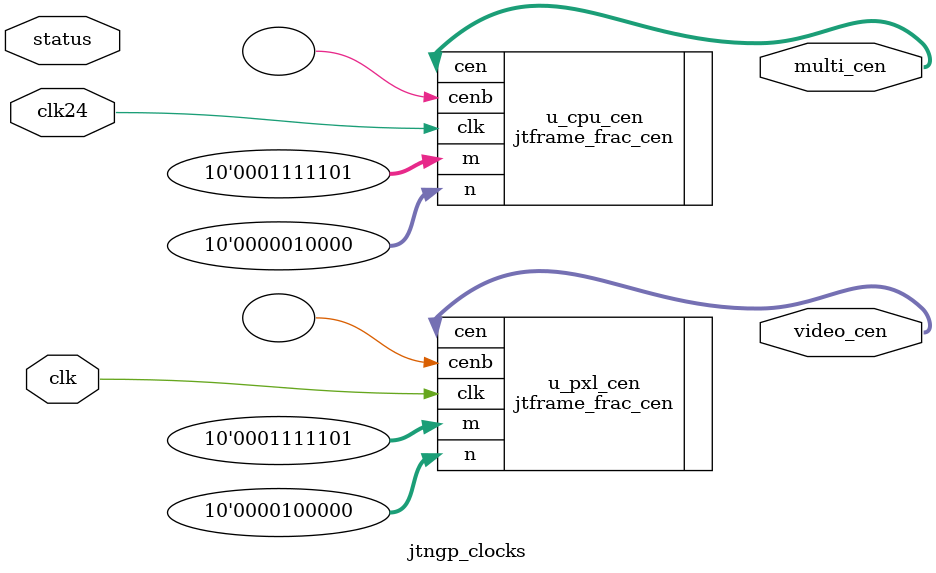
<source format=v>

/*  This file is part of JTCORES.
    JTCORES program is free software: you can redistribute it and/or modify
    it under the terms of the GNU General Public License as published by
    the Free Software Foundation, either version 3 of the License, or
    (at your option) any later version.

    JTCORES program is distributed in the hope that it will be useful,
    but WITHOUT ANY WARRANTY; without even the implied warranty of
    MERCHANTABILITY or FITNESS FOR A PARTICULAR PURPOSE.  See the
    GNU General Public License for more details.

    You should have received a copy of the GNU General Public License
    along with JTCORES.  If not, see <http://www.gnu.org/licenses/>.

    Author: Jose Tejada Gomez. Twitter: @topapate
    Version: 1.0
    Date: 22-3-2022 */

module jtngp_clocks(
    input   [31:0] status,  
    // 24 MHz domain 
    input          clk24,
    output  [ 4:0] multi_cen, // from 6.144MHz to 384kHz
    // 48 MHz domain
    input          clk,
    output   [1:0] video_cen
);

wire       vsync60;
wire [3:0] cen_base;

jtframe_frac_cen #(.W(2)) u_pxl_cen (
    .clk    ( clk       ),
    .n      ( 10'd32    ),
    .m      ( 10'd125   ),
    .cen    ( video_cen ),
    .cenb   (           ) // 180 shifted
);

jtframe_frac_cen #(.W(5)) u_cpu_cen (
    .clk    ( clk24     ),
    .n      ( 10'd16    ),
    .m      ( 10'd125   ),
    .cen    ( multi_cen ),
    .cenb   (           ) // 180 shifted
);

endmodule
</source>
